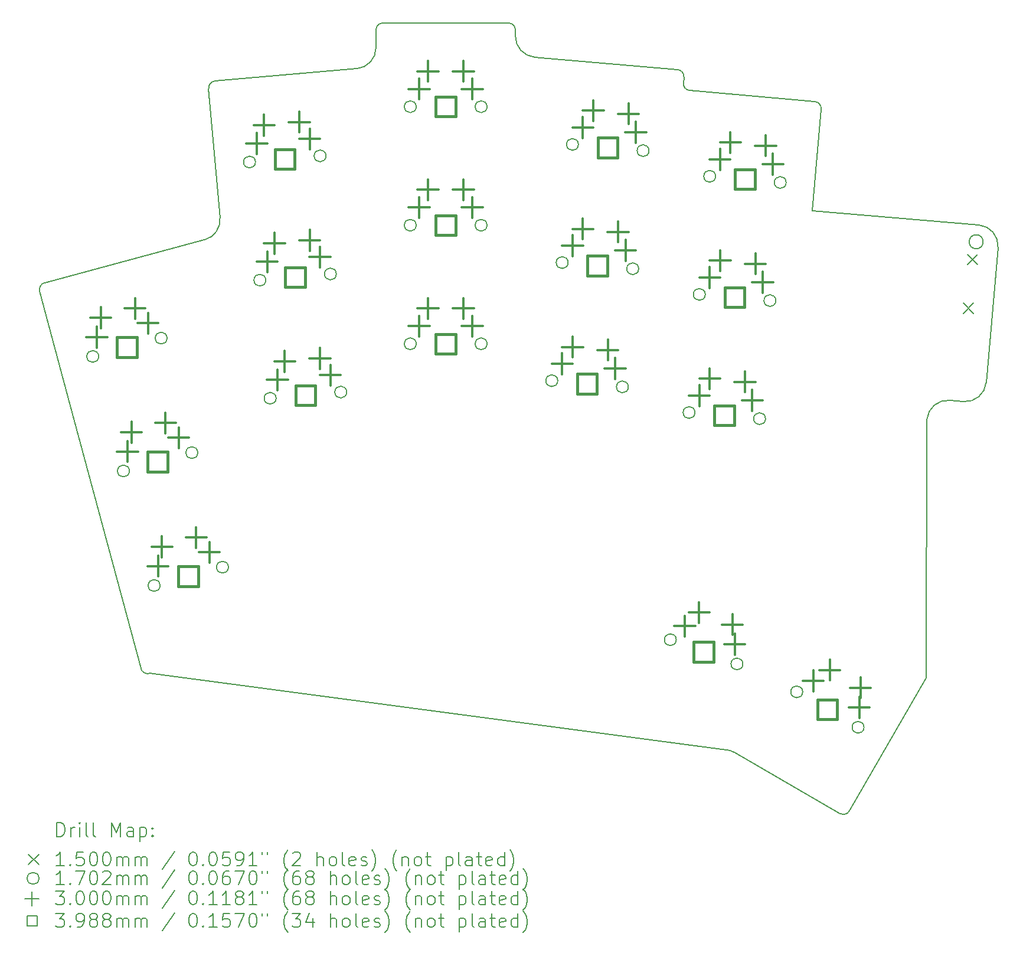
<source format=gbr>
%FSLAX45Y45*%
G04 Gerber Fmt 4.5, Leading zero omitted, Abs format (unit mm)*
G04 Created by KiCad (PCBNEW (6.0.2-0)) date 2022-05-11 10:09:49*
%MOMM*%
%LPD*%
G01*
G04 APERTURE LIST*
%TA.AperFunction,Profile*%
%ADD10C,0.150000*%
%TD*%
%ADD11C,0.200000*%
%ADD12C,0.150000*%
%ADD13C,0.170180*%
%ADD14C,0.300000*%
%ADD15C,0.398780*%
G04 APERTURE END LIST*
D10*
X12278974Y2465685D02*
G75*
G03*
X11953969Y2192974I-26147J-298858D01*
G01*
X12478213Y2448254D02*
X12278974Y2465685D01*
X5951713Y7876189D02*
X4151713Y7876189D01*
X-699893Y4152396D02*
X1592651Y4766681D01*
X6051713Y7776189D02*
G75*
G03*
X5951713Y7876189I-100000J0D01*
G01*
X-330612Y2387847D02*
X678783Y-1379264D01*
X9188720Y-2581668D02*
G75*
G03*
X9141326Y-2559567I-150002J-259811D01*
G01*
X4151713Y7876189D02*
G75*
G03*
X4051713Y7776189I0J-100000D01*
G01*
X8468274Y7098773D02*
G75*
G03*
X8377370Y7207108I-99619J8716D01*
G01*
X10842496Y-3421006D02*
X11942496Y-1515750D01*
X3777860Y7221724D02*
G75*
G03*
X4051713Y7520583I-26147J298858D01*
G01*
X1742675Y7043669D02*
X3777860Y7221724D01*
X801257Y-1449974D02*
X9141326Y-2559567D01*
X12478213Y2448254D02*
G75*
G03*
X12803218Y2720966I26147J298858D01*
G01*
X12803218Y2720966D02*
X12972721Y4659000D01*
X10705894Y-3457608D02*
G75*
G03*
X10842496Y-3421006I50000J86602D01*
G01*
X8461011Y7015757D02*
G75*
G03*
X8551915Y6907422I99619J-8716D01*
G01*
X8551915Y6907422D02*
X10345065Y6750542D01*
X9188720Y-2581668D02*
X10705894Y-3457608D01*
X12760000Y4739502D02*
G75*
G03*
X12760000Y4739502I-100000J0D01*
G01*
X6051713Y7685476D02*
X6051713Y7776189D01*
X4051713Y7776189D02*
X4051713Y7520583D01*
X-770604Y4029921D02*
X-330612Y2387847D01*
X12972721Y4659000D02*
G75*
G03*
X12700009Y4979951I-298713J22521D01*
G01*
X1742675Y7043669D02*
G75*
G03*
X1651771Y6935334I8716J-99620D01*
G01*
X11942496Y-1515750D02*
X11953969Y2192974D01*
X1592651Y4766681D02*
G75*
G03*
X1813864Y5082606I-77646J289778D01*
G01*
X1651771Y6935334D02*
X1813864Y5082606D01*
X10311000Y5184000D02*
X12700009Y4979951D01*
X8461011Y7015757D02*
X8468274Y7098773D01*
X-699893Y4152396D02*
G75*
G03*
X-770604Y4029921I25882J-96593D01*
G01*
X6051713Y7685476D02*
G75*
G03*
X6325567Y7386618I300000J0D01*
G01*
X10435969Y6642207D02*
G75*
G03*
X10345065Y6750542I-99619J8716D01*
G01*
X6325567Y7386618D02*
X8377370Y7207108D01*
X678783Y-1379264D02*
G75*
G03*
X801257Y-1449974I96593J25882D01*
G01*
X10311000Y5184000D02*
X10435969Y6642207D01*
D11*
D12*
X12472921Y3862318D02*
X12622921Y3712318D01*
X12622921Y3862318D02*
X12472921Y3712318D01*
X12533930Y4559655D02*
X12683930Y4409655D01*
X12683930Y4559655D02*
X12533930Y4409655D01*
D13*
X74423Y3094742D02*
G75*
G03*
X74423Y3094742I-85090J0D01*
G01*
X74423Y3094742D02*
G75*
G03*
X74423Y3094742I-85090J0D01*
G01*
X514415Y1452668D02*
G75*
G03*
X514415Y1452668I-85090J0D01*
G01*
X514415Y1452668D02*
G75*
G03*
X514415Y1452668I-85090J0D01*
G01*
X954407Y-189406D02*
G75*
G03*
X954407Y-189406I-85090J0D01*
G01*
X954407Y-189406D02*
G75*
G03*
X954407Y-189406I-85090J0D01*
G01*
X1055803Y3357702D02*
G75*
G03*
X1055803Y3357702I-85090J0D01*
G01*
X1055803Y3357702D02*
G75*
G03*
X1055803Y3357702I-85090J0D01*
G01*
X1495796Y1715628D02*
G75*
G03*
X1495796Y1715628I-85090J0D01*
G01*
X1495796Y1715628D02*
G75*
G03*
X1495796Y1715628I-85090J0D01*
G01*
X1935788Y73554D02*
G75*
G03*
X1935788Y73554I-85090J0D01*
G01*
X1935788Y73554D02*
G75*
G03*
X1935788Y73554I-85090J0D01*
G01*
X2322861Y5882400D02*
G75*
G03*
X2322861Y5882400I-85090J0D01*
G01*
X2322861Y5882400D02*
G75*
G03*
X2322861Y5882400I-85090J0D01*
G01*
X2471025Y4188869D02*
G75*
G03*
X2471025Y4188869I-85090J0D01*
G01*
X2471025Y4188869D02*
G75*
G03*
X2471025Y4188869I-85090J0D01*
G01*
X2619190Y2495338D02*
G75*
G03*
X2619190Y2495338I-85090J0D01*
G01*
X2619190Y2495338D02*
G75*
G03*
X2619190Y2495338I-85090J0D01*
G01*
X3334994Y5970950D02*
G75*
G03*
X3334994Y5970950I-85090J0D01*
G01*
X3334994Y5970950D02*
G75*
G03*
X3334994Y5970950I-85090J0D01*
G01*
X3483159Y4277419D02*
G75*
G03*
X3483159Y4277419I-85090J0D01*
G01*
X3483159Y4277419D02*
G75*
G03*
X3483159Y4277419I-85090J0D01*
G01*
X3631324Y2583888D02*
G75*
G03*
X3631324Y2583888I-85090J0D01*
G01*
X3631324Y2583888D02*
G75*
G03*
X3631324Y2583888I-85090J0D01*
G01*
X4628803Y6676189D02*
G75*
G03*
X4628803Y6676189I-85090J0D01*
G01*
X4628803Y6676189D02*
G75*
G03*
X4628803Y6676189I-85090J0D01*
G01*
X4628803Y4976189D02*
G75*
G03*
X4628803Y4976189I-85090J0D01*
G01*
X4628803Y4976189D02*
G75*
G03*
X4628803Y4976189I-85090J0D01*
G01*
X4628803Y3276189D02*
G75*
G03*
X4628803Y3276189I-85090J0D01*
G01*
X4628803Y3276189D02*
G75*
G03*
X4628803Y3276189I-85090J0D01*
G01*
X5644803Y6676189D02*
G75*
G03*
X5644803Y6676189I-85090J0D01*
G01*
X5644803Y6676189D02*
G75*
G03*
X5644803Y6676189I-85090J0D01*
G01*
X5644803Y4976189D02*
G75*
G03*
X5644803Y4976189I-85090J0D01*
G01*
X5644803Y4976189D02*
G75*
G03*
X5644803Y4976189I-85090J0D01*
G01*
X5644803Y3276189D02*
G75*
G03*
X5644803Y3276189I-85090J0D01*
G01*
X5644803Y3276189D02*
G75*
G03*
X5644803Y3276189I-85090J0D01*
G01*
X6658901Y2747328D02*
G75*
G03*
X6658901Y2747328I-85090J0D01*
G01*
X6658901Y2747328D02*
G75*
G03*
X6658901Y2747328I-85090J0D01*
G01*
X6807066Y4440859D02*
G75*
G03*
X6807066Y4440859I-85090J0D01*
G01*
X6807066Y4440859D02*
G75*
G03*
X6807066Y4440859I-85090J0D01*
G01*
X6955231Y6134390D02*
G75*
G03*
X6955231Y6134390I-85090J0D01*
G01*
X6955231Y6134390D02*
G75*
G03*
X6955231Y6134390I-85090J0D01*
G01*
X7671035Y2658778D02*
G75*
G03*
X7671035Y2658778I-85090J0D01*
G01*
X7671035Y2658778D02*
G75*
G03*
X7671035Y2658778I-85090J0D01*
G01*
X7819200Y4352309D02*
G75*
G03*
X7819200Y4352309I-85090J0D01*
G01*
X7819200Y4352309D02*
G75*
G03*
X7819200Y4352309I-85090J0D01*
G01*
X7967364Y6045840D02*
G75*
G03*
X7967364Y6045840I-85090J0D01*
G01*
X7967364Y6045840D02*
G75*
G03*
X7967364Y6045840I-85090J0D01*
G01*
X8358970Y-966829D02*
G75*
G03*
X8358970Y-966829I-85090J0D01*
G01*
X8358970Y-966829D02*
G75*
G03*
X8358970Y-966829I-85090J0D01*
G01*
X8626597Y2290761D02*
G75*
G03*
X8626597Y2290761I-85090J0D01*
G01*
X8626597Y2290761D02*
G75*
G03*
X8626597Y2290761I-85090J0D01*
G01*
X8774761Y3984292D02*
G75*
G03*
X8774761Y3984292I-85090J0D01*
G01*
X8774761Y3984292D02*
G75*
G03*
X8774761Y3984292I-85090J0D01*
G01*
X8922926Y5677823D02*
G75*
G03*
X8922926Y5677823I-85090J0D01*
G01*
X8922926Y5677823D02*
G75*
G03*
X8922926Y5677823I-85090J0D01*
G01*
X9313698Y-1314322D02*
G75*
G03*
X9313698Y-1314322I-85090J0D01*
G01*
X9313698Y-1314322D02*
G75*
G03*
X9313698Y-1314322I-85090J0D01*
G01*
X9638730Y2202211D02*
G75*
G03*
X9638730Y2202211I-85090J0D01*
G01*
X9638730Y2202211D02*
G75*
G03*
X9638730Y2202211I-85090J0D01*
G01*
X9786895Y3895742D02*
G75*
G03*
X9786895Y3895742I-85090J0D01*
G01*
X9786895Y3895742D02*
G75*
G03*
X9786895Y3895742I-85090J0D01*
G01*
X9935060Y5589273D02*
G75*
G03*
X9935060Y5589273I-85090J0D01*
G01*
X9935060Y5589273D02*
G75*
G03*
X9935060Y5589273I-85090J0D01*
G01*
X10171620Y-1714378D02*
G75*
G03*
X10171620Y-1714378I-85090J0D01*
G01*
X10171620Y-1714378D02*
G75*
G03*
X10171620Y-1714378I-85090J0D01*
G01*
X11051502Y-2222378D02*
G75*
G03*
X11051502Y-2222378I-85090J0D01*
G01*
X11051502Y-2222378D02*
G75*
G03*
X11051502Y-2222378I-85090J0D01*
G01*
D14*
X46265Y3522957D02*
X46265Y3222957D01*
X-103735Y3372957D02*
X196265Y3372957D01*
X103198Y3801172D02*
X103198Y3501172D01*
X-46802Y3651172D02*
X253198Y3651172D01*
X486257Y1880883D02*
X486257Y1580883D01*
X336258Y1730883D02*
X636258Y1730883D01*
X543190Y2159098D02*
X543190Y1859098D01*
X393190Y2009098D02*
X693190Y2009098D01*
X593888Y3932652D02*
X593888Y3632652D01*
X443888Y3782652D02*
X743888Y3782652D01*
X782301Y3720177D02*
X782301Y3420177D01*
X632301Y3570177D02*
X932301Y3570177D01*
X926250Y238809D02*
X926250Y-61191D01*
X776250Y88809D02*
X1076250Y88809D01*
X983182Y517024D02*
X983182Y217024D01*
X833182Y367024D02*
X1133182Y367024D01*
X1033880Y2290578D02*
X1033880Y1990578D01*
X883880Y2140578D02*
X1183880Y2140578D01*
X1222293Y2078103D02*
X1222293Y1778103D01*
X1072293Y1928103D02*
X1372293Y1928103D01*
X1473873Y648504D02*
X1473873Y348504D01*
X1323873Y498504D02*
X1623873Y498504D01*
X1662285Y436029D02*
X1662285Y136029D01*
X1512285Y286029D02*
X1812285Y286029D01*
X2342150Y6296502D02*
X2342150Y5996502D01*
X2192150Y6146502D02*
X2492150Y6146502D01*
X2446529Y6560605D02*
X2446529Y6260605D01*
X2296529Y6410605D02*
X2596529Y6410605D01*
X2490314Y4602971D02*
X2490314Y4302971D01*
X2340314Y4452971D02*
X2640314Y4452971D01*
X2594694Y4867074D02*
X2594694Y4567074D01*
X2444694Y4717074D02*
X2744694Y4717074D01*
X2638479Y2909440D02*
X2638479Y2609440D01*
X2488479Y2759440D02*
X2788479Y2759440D01*
X2742858Y3173543D02*
X2742858Y2873543D01*
X2592858Y3023543D02*
X2892858Y3023543D01*
X2952596Y6604880D02*
X2952596Y6304880D01*
X2802596Y6454880D02*
X3102596Y6454880D01*
X3100760Y4911349D02*
X3100760Y4611349D01*
X2950760Y4761349D02*
X3250760Y4761349D01*
X3101250Y6362915D02*
X3101250Y6062915D01*
X2951250Y6212915D02*
X3251250Y6212915D01*
X3248925Y3217818D02*
X3248925Y2917818D01*
X3098925Y3067818D02*
X3398925Y3067818D01*
X3249415Y4669384D02*
X3249415Y4369384D01*
X3099415Y4519384D02*
X3399415Y4519384D01*
X3397579Y2975853D02*
X3397579Y2675853D01*
X3247579Y2825853D02*
X3547579Y2825853D01*
X4670713Y7080189D02*
X4670713Y6780189D01*
X4520713Y6930189D02*
X4820713Y6930189D01*
X4670713Y5380189D02*
X4670713Y5080189D01*
X4520713Y5230189D02*
X4820713Y5230189D01*
X4670713Y3680189D02*
X4670713Y3380189D01*
X4520713Y3530189D02*
X4820713Y3530189D01*
X4797713Y7334189D02*
X4797713Y7034189D01*
X4647713Y7184189D02*
X4947713Y7184189D01*
X4797713Y5634189D02*
X4797713Y5334189D01*
X4647713Y5484189D02*
X4947713Y5484189D01*
X4797713Y3934189D02*
X4797713Y3634189D01*
X4647713Y3784189D02*
X4947713Y3784189D01*
X5305713Y7334189D02*
X5305713Y7034189D01*
X5155713Y7184189D02*
X5455713Y7184189D01*
X5305713Y5634189D02*
X5305713Y5334189D01*
X5155713Y5484189D02*
X5455713Y5484189D01*
X5305713Y3934189D02*
X5305713Y3634189D01*
X5155713Y3784189D02*
X5455713Y3784189D01*
X5432713Y7080189D02*
X5432713Y6780189D01*
X5282713Y6930189D02*
X5582713Y6930189D01*
X5432713Y5380189D02*
X5432713Y5080189D01*
X5282713Y5230189D02*
X5582713Y5230189D01*
X5432713Y3680189D02*
X5432713Y3380189D01*
X5282713Y3530189D02*
X5582713Y3530189D01*
X6722465Y3139293D02*
X6722465Y2839293D01*
X6572465Y2989293D02*
X6872465Y2989293D01*
X6870630Y4832824D02*
X6870630Y4532824D01*
X6720630Y4682824D02*
X7020630Y4682824D01*
X6871120Y3381257D02*
X6871120Y3081257D01*
X6721120Y3231257D02*
X7021120Y3231257D01*
X7018795Y6526355D02*
X7018795Y6226355D01*
X6868795Y6376355D02*
X7168795Y6376355D01*
X7019285Y5074788D02*
X7019285Y4774788D01*
X6869285Y4924788D02*
X7169285Y4924788D01*
X7167449Y6768319D02*
X7167449Y6468319D01*
X7017449Y6618319D02*
X7317449Y6618319D01*
X7377187Y3336982D02*
X7377187Y3036982D01*
X7227187Y3186982D02*
X7527187Y3186982D01*
X7481566Y3072880D02*
X7481566Y2772880D01*
X7331566Y2922880D02*
X7631566Y2922880D01*
X7525351Y5030513D02*
X7525351Y4730513D01*
X7375351Y4880513D02*
X7675351Y4880513D01*
X7629731Y4766411D02*
X7629731Y4466411D01*
X7479731Y4616411D02*
X7779731Y4616411D01*
X7673516Y6724044D02*
X7673516Y6424044D01*
X7523516Y6574044D02*
X7823516Y6574044D01*
X7777895Y6459942D02*
X7777895Y6159942D01*
X7627895Y6309942D02*
X7927895Y6309942D01*
X8480094Y-621584D02*
X8480094Y-921584D01*
X8330094Y-771584D02*
X8630094Y-771584D01*
X8686308Y-426339D02*
X8686308Y-726339D01*
X8536308Y-576339D02*
X8836308Y-576339D01*
X8690161Y2682726D02*
X8690161Y2382726D01*
X8540161Y2532726D02*
X8840161Y2532726D01*
X8838326Y4376257D02*
X8838326Y4076257D01*
X8688326Y4226257D02*
X8988326Y4226257D01*
X8838815Y2924691D02*
X8838815Y2624691D01*
X8688815Y2774691D02*
X8988815Y2774691D01*
X8986490Y6069788D02*
X8986490Y5769788D01*
X8836490Y5919788D02*
X9136490Y5919788D01*
X8986980Y4618222D02*
X8986980Y4318222D01*
X8836980Y4468222D02*
X9136980Y4468222D01*
X9135145Y6311753D02*
X9135145Y6011753D01*
X8985145Y6161753D02*
X9285145Y6161753D01*
X9163672Y-600085D02*
X9163672Y-900085D01*
X9013672Y-750085D02*
X9313672Y-750085D01*
X9196140Y-882203D02*
X9196140Y-1182203D01*
X9046140Y-1032203D02*
X9346140Y-1032203D01*
X9344882Y2880415D02*
X9344882Y2580416D01*
X9194882Y2730416D02*
X9494882Y2730416D01*
X9449261Y2616313D02*
X9449261Y2316313D01*
X9299261Y2466313D02*
X9599261Y2466313D01*
X9493047Y4573947D02*
X9493047Y4273947D01*
X9343047Y4423947D02*
X9643047Y4423947D01*
X9597426Y4309844D02*
X9597426Y4009844D01*
X9447426Y4159844D02*
X9747426Y4159844D01*
X9641212Y6267477D02*
X9641212Y5967477D01*
X9491212Y6117477D02*
X9791212Y6117477D01*
X9745591Y6003375D02*
X9745591Y5703375D01*
X9595591Y5853375D02*
X9895591Y5853375D01*
X10323515Y-1407907D02*
X10323515Y-1707907D01*
X10173515Y-1557907D02*
X10473515Y-1557907D01*
X10560500Y-1251437D02*
X10560500Y-1551437D01*
X10410500Y-1401437D02*
X10710500Y-1401437D01*
X10983427Y-1788907D02*
X10983427Y-2088907D01*
X10833427Y-1938907D02*
X11133427Y-1938907D01*
X11000441Y-1505437D02*
X11000441Y-1805437D01*
X10850441Y-1655437D02*
X11150441Y-1655437D01*
D15*
X621014Y3085230D02*
X621014Y3367213D01*
X339032Y3367213D01*
X339032Y3085230D01*
X621014Y3085230D01*
X621014Y3085230D02*
X621014Y3367213D01*
X339032Y3367213D01*
X339032Y3085230D01*
X621014Y3085230D01*
X1061007Y1443156D02*
X1061007Y1725139D01*
X779024Y1725139D01*
X779024Y1443156D01*
X1061007Y1443156D01*
X1061007Y1443156D02*
X1061007Y1725139D01*
X779024Y1725139D01*
X779024Y1443156D01*
X1061007Y1443156D01*
X1500999Y-198917D02*
X1500999Y83065D01*
X1219016Y83065D01*
X1219016Y-198917D01*
X1500999Y-198917D01*
X1500999Y-198917D02*
X1500999Y83065D01*
X1219016Y83065D01*
X1219016Y-198917D01*
X1500999Y-198917D01*
X2884829Y5785684D02*
X2884829Y6067667D01*
X2602846Y6067667D01*
X2602846Y5785684D01*
X2884829Y5785684D01*
X2884829Y5785684D02*
X2884829Y6067667D01*
X2602846Y6067667D01*
X2602846Y5785684D01*
X2884829Y5785684D01*
X3032993Y4092153D02*
X3032993Y4374136D01*
X2751011Y4374136D01*
X2751011Y4092153D01*
X3032993Y4092153D01*
X3032993Y4092153D02*
X3032993Y4374136D01*
X2751011Y4374136D01*
X2751011Y4092153D01*
X3032993Y4092153D01*
X3181158Y2398622D02*
X3181158Y2680605D01*
X2899175Y2680605D01*
X2899175Y2398622D01*
X3181158Y2398622D01*
X3181158Y2398622D02*
X3181158Y2680605D01*
X2899175Y2680605D01*
X2899175Y2398622D01*
X3181158Y2398622D01*
X5192705Y6535197D02*
X5192705Y6817180D01*
X4910722Y6817180D01*
X4910722Y6535197D01*
X5192705Y6535197D01*
X5192705Y6535197D02*
X5192705Y6817180D01*
X4910722Y6817180D01*
X4910722Y6535197D01*
X5192705Y6535197D01*
X5192705Y4835197D02*
X5192705Y5117180D01*
X4910722Y5117180D01*
X4910722Y4835197D01*
X5192705Y4835197D01*
X5192705Y4835197D02*
X5192705Y5117180D01*
X4910722Y5117180D01*
X4910722Y4835197D01*
X5192705Y4835197D01*
X5192705Y3135197D02*
X5192705Y3417180D01*
X4910722Y3417180D01*
X4910722Y3135197D01*
X5192705Y3135197D01*
X5192705Y3135197D02*
X5192705Y3417180D01*
X4910722Y3417180D01*
X4910722Y3135197D01*
X5192705Y3135197D01*
X7220869Y2562062D02*
X7220869Y2844044D01*
X6938887Y2844044D01*
X6938887Y2562062D01*
X7220869Y2562062D01*
X7220869Y2562062D02*
X7220869Y2844044D01*
X6938887Y2844044D01*
X6938887Y2562062D01*
X7220869Y2562062D01*
X7369034Y4255593D02*
X7369034Y4537575D01*
X7087051Y4537575D01*
X7087051Y4255593D01*
X7369034Y4255593D01*
X7369034Y4255593D02*
X7369034Y4537575D01*
X7087051Y4537575D01*
X7087051Y4255593D01*
X7369034Y4255593D01*
X7517199Y5949123D02*
X7517199Y6231106D01*
X7235216Y6231106D01*
X7235216Y5949123D01*
X7517199Y5949123D01*
X7517199Y5949123D02*
X7517199Y6231106D01*
X7235216Y6231106D01*
X7235216Y5949123D01*
X7517199Y5949123D01*
X8892235Y-1281567D02*
X8892235Y-999584D01*
X8610252Y-999584D01*
X8610252Y-1281567D01*
X8892235Y-1281567D01*
X8892235Y-1281567D02*
X8892235Y-999584D01*
X8610252Y-999584D01*
X8610252Y-1281567D01*
X8892235Y-1281567D01*
X9188565Y2105495D02*
X9188565Y2387478D01*
X8906582Y2387478D01*
X8906582Y2105495D01*
X9188565Y2105495D01*
X9188565Y2105495D02*
X9188565Y2387478D01*
X8906582Y2387478D01*
X8906582Y2105495D01*
X9188565Y2105495D01*
X9336730Y3799026D02*
X9336730Y4081009D01*
X9054747Y4081009D01*
X9054747Y3799026D01*
X9336730Y3799026D01*
X9336730Y3799026D02*
X9336730Y4081009D01*
X9054747Y4081009D01*
X9054747Y3799026D01*
X9336730Y3799026D01*
X9484894Y5492557D02*
X9484894Y5774540D01*
X9202912Y5774540D01*
X9202912Y5492557D01*
X9484894Y5492557D01*
X9484894Y5492557D02*
X9484894Y5774540D01*
X9202912Y5774540D01*
X9202912Y5492557D01*
X9484894Y5492557D01*
X10667462Y-2109369D02*
X10667462Y-1827386D01*
X10385480Y-1827386D01*
X10385480Y-2109369D01*
X10667462Y-2109369D01*
X10667462Y-2109369D02*
X10667462Y-1827386D01*
X10385480Y-1827386D01*
X10385480Y-2109369D01*
X10667462Y-2109369D01*
D11*
X-523892Y-3788982D02*
X-523892Y-3588982D01*
X-476273Y-3588982D01*
X-447702Y-3598506D01*
X-428654Y-3617553D01*
X-419130Y-3636601D01*
X-409606Y-3674696D01*
X-409606Y-3703268D01*
X-419130Y-3741363D01*
X-428654Y-3760410D01*
X-447702Y-3779458D01*
X-476273Y-3788982D01*
X-523892Y-3788982D01*
X-323892Y-3788982D02*
X-323892Y-3655649D01*
X-323892Y-3693744D02*
X-314368Y-3674696D01*
X-304845Y-3665172D01*
X-285797Y-3655649D01*
X-266749Y-3655649D01*
X-200083Y-3788982D02*
X-200083Y-3655649D01*
X-200083Y-3588982D02*
X-209606Y-3598506D01*
X-200083Y-3608030D01*
X-190559Y-3598506D01*
X-200083Y-3588982D01*
X-200083Y-3608030D01*
X-76273Y-3788982D02*
X-95321Y-3779458D01*
X-104845Y-3760410D01*
X-104845Y-3588982D01*
X28489Y-3788982D02*
X9441Y-3779458D01*
X-83Y-3760410D01*
X-83Y-3588982D01*
X257060Y-3788982D02*
X257060Y-3588982D01*
X323727Y-3731839D01*
X390393Y-3588982D01*
X390393Y-3788982D01*
X571346Y-3788982D02*
X571346Y-3684220D01*
X561822Y-3665172D01*
X542774Y-3655649D01*
X504679Y-3655649D01*
X485631Y-3665172D01*
X571346Y-3779458D02*
X552298Y-3788982D01*
X504679Y-3788982D01*
X485631Y-3779458D01*
X476108Y-3760410D01*
X476108Y-3741363D01*
X485631Y-3722315D01*
X504679Y-3712791D01*
X552298Y-3712791D01*
X571346Y-3703268D01*
X666584Y-3655649D02*
X666584Y-3855649D01*
X666584Y-3665172D02*
X685632Y-3655649D01*
X723727Y-3655649D01*
X742774Y-3665172D01*
X752298Y-3674696D01*
X761822Y-3693744D01*
X761822Y-3750887D01*
X752298Y-3769934D01*
X742774Y-3779458D01*
X723727Y-3788982D01*
X685632Y-3788982D01*
X666584Y-3779458D01*
X847536Y-3769934D02*
X857060Y-3779458D01*
X847536Y-3788982D01*
X838012Y-3779458D01*
X847536Y-3769934D01*
X847536Y-3788982D01*
X847536Y-3665172D02*
X857060Y-3674696D01*
X847536Y-3684220D01*
X838012Y-3674696D01*
X847536Y-3665172D01*
X847536Y-3684220D01*
D12*
X-931511Y-4043506D02*
X-781511Y-4193506D01*
X-781511Y-4043506D02*
X-931511Y-4193506D01*
D11*
X-419130Y-4208982D02*
X-533416Y-4208982D01*
X-476273Y-4208982D02*
X-476273Y-4008982D01*
X-495321Y-4037553D01*
X-514368Y-4056601D01*
X-533416Y-4066125D01*
X-333416Y-4189934D02*
X-323892Y-4199458D01*
X-333416Y-4208982D01*
X-342940Y-4199458D01*
X-333416Y-4189934D01*
X-333416Y-4208982D01*
X-142940Y-4008982D02*
X-238178Y-4008982D01*
X-247702Y-4104220D01*
X-238178Y-4094696D01*
X-219130Y-4085172D01*
X-171511Y-4085172D01*
X-152464Y-4094696D01*
X-142940Y-4104220D01*
X-133416Y-4123268D01*
X-133416Y-4170887D01*
X-142940Y-4189934D01*
X-152464Y-4199458D01*
X-171511Y-4208982D01*
X-219130Y-4208982D01*
X-238178Y-4199458D01*
X-247702Y-4189934D01*
X-9607Y-4008982D02*
X9441Y-4008982D01*
X28489Y-4018506D01*
X38013Y-4028030D01*
X47536Y-4047077D01*
X57060Y-4085172D01*
X57060Y-4132791D01*
X47536Y-4170887D01*
X38013Y-4189934D01*
X28489Y-4199458D01*
X9441Y-4208982D01*
X-9607Y-4208982D01*
X-28654Y-4199458D01*
X-38178Y-4189934D01*
X-47702Y-4170887D01*
X-57225Y-4132791D01*
X-57225Y-4085172D01*
X-47702Y-4047077D01*
X-38178Y-4028030D01*
X-28654Y-4018506D01*
X-9607Y-4008982D01*
X180870Y-4008982D02*
X199917Y-4008982D01*
X218965Y-4018506D01*
X228489Y-4028030D01*
X238012Y-4047077D01*
X247536Y-4085172D01*
X247536Y-4132791D01*
X238012Y-4170887D01*
X228489Y-4189934D01*
X218965Y-4199458D01*
X199917Y-4208982D01*
X180870Y-4208982D01*
X161822Y-4199458D01*
X152298Y-4189934D01*
X142774Y-4170887D01*
X133251Y-4132791D01*
X133251Y-4085172D01*
X142774Y-4047077D01*
X152298Y-4028030D01*
X161822Y-4018506D01*
X180870Y-4008982D01*
X333251Y-4208982D02*
X333251Y-4075649D01*
X333251Y-4094696D02*
X342774Y-4085172D01*
X361822Y-4075649D01*
X390393Y-4075649D01*
X409441Y-4085172D01*
X418965Y-4104220D01*
X418965Y-4208982D01*
X418965Y-4104220D02*
X428489Y-4085172D01*
X447536Y-4075649D01*
X476108Y-4075649D01*
X495155Y-4085172D01*
X504679Y-4104220D01*
X504679Y-4208982D01*
X599917Y-4208982D02*
X599917Y-4075649D01*
X599917Y-4094696D02*
X609441Y-4085172D01*
X628489Y-4075649D01*
X657060Y-4075649D01*
X676108Y-4085172D01*
X685632Y-4104220D01*
X685632Y-4208982D01*
X685632Y-4104220D02*
X695155Y-4085172D01*
X714203Y-4075649D01*
X742774Y-4075649D01*
X761822Y-4085172D01*
X771346Y-4104220D01*
X771346Y-4208982D01*
X1161822Y-3999458D02*
X990393Y-4256601D01*
X1418965Y-4008982D02*
X1438012Y-4008982D01*
X1457060Y-4018506D01*
X1466584Y-4028030D01*
X1476108Y-4047077D01*
X1485631Y-4085172D01*
X1485631Y-4132791D01*
X1476108Y-4170887D01*
X1466584Y-4189934D01*
X1457060Y-4199458D01*
X1438012Y-4208982D01*
X1418965Y-4208982D01*
X1399917Y-4199458D01*
X1390393Y-4189934D01*
X1380870Y-4170887D01*
X1371346Y-4132791D01*
X1371346Y-4085172D01*
X1380870Y-4047077D01*
X1390393Y-4028030D01*
X1399917Y-4018506D01*
X1418965Y-4008982D01*
X1571346Y-4189934D02*
X1580870Y-4199458D01*
X1571346Y-4208982D01*
X1561822Y-4199458D01*
X1571346Y-4189934D01*
X1571346Y-4208982D01*
X1704679Y-4008982D02*
X1723727Y-4008982D01*
X1742774Y-4018506D01*
X1752298Y-4028030D01*
X1761822Y-4047077D01*
X1771346Y-4085172D01*
X1771346Y-4132791D01*
X1761822Y-4170887D01*
X1752298Y-4189934D01*
X1742774Y-4199458D01*
X1723727Y-4208982D01*
X1704679Y-4208982D01*
X1685631Y-4199458D01*
X1676108Y-4189934D01*
X1666584Y-4170887D01*
X1657060Y-4132791D01*
X1657060Y-4085172D01*
X1666584Y-4047077D01*
X1676108Y-4028030D01*
X1685631Y-4018506D01*
X1704679Y-4008982D01*
X1952298Y-4008982D02*
X1857060Y-4008982D01*
X1847536Y-4104220D01*
X1857060Y-4094696D01*
X1876108Y-4085172D01*
X1923727Y-4085172D01*
X1942774Y-4094696D01*
X1952298Y-4104220D01*
X1961822Y-4123268D01*
X1961822Y-4170887D01*
X1952298Y-4189934D01*
X1942774Y-4199458D01*
X1923727Y-4208982D01*
X1876108Y-4208982D01*
X1857060Y-4199458D01*
X1847536Y-4189934D01*
X2057060Y-4208982D02*
X2095155Y-4208982D01*
X2114203Y-4199458D01*
X2123727Y-4189934D01*
X2142774Y-4161363D01*
X2152298Y-4123268D01*
X2152298Y-4047077D01*
X2142774Y-4028030D01*
X2133251Y-4018506D01*
X2114203Y-4008982D01*
X2076108Y-4008982D01*
X2057060Y-4018506D01*
X2047536Y-4028030D01*
X2038012Y-4047077D01*
X2038012Y-4094696D01*
X2047536Y-4113744D01*
X2057060Y-4123268D01*
X2076108Y-4132791D01*
X2114203Y-4132791D01*
X2133251Y-4123268D01*
X2142774Y-4113744D01*
X2152298Y-4094696D01*
X2342774Y-4208982D02*
X2228489Y-4208982D01*
X2285632Y-4208982D02*
X2285632Y-4008982D01*
X2266584Y-4037553D01*
X2247536Y-4056601D01*
X2228489Y-4066125D01*
X2418965Y-4008982D02*
X2418965Y-4047077D01*
X2495155Y-4008982D02*
X2495155Y-4047077D01*
X2790393Y-4285172D02*
X2780870Y-4275649D01*
X2761822Y-4247077D01*
X2752298Y-4228030D01*
X2742774Y-4199458D01*
X2733251Y-4151839D01*
X2733251Y-4113744D01*
X2742774Y-4066125D01*
X2752298Y-4037553D01*
X2761822Y-4018506D01*
X2780870Y-3989934D01*
X2790393Y-3980410D01*
X2857060Y-4028030D02*
X2866584Y-4018506D01*
X2885631Y-4008982D01*
X2933251Y-4008982D01*
X2952298Y-4018506D01*
X2961822Y-4028030D01*
X2971346Y-4047077D01*
X2971346Y-4066125D01*
X2961822Y-4094696D01*
X2847536Y-4208982D01*
X2971346Y-4208982D01*
X3209441Y-4208982D02*
X3209441Y-4008982D01*
X3295155Y-4208982D02*
X3295155Y-4104220D01*
X3285631Y-4085172D01*
X3266584Y-4075649D01*
X3238012Y-4075649D01*
X3218965Y-4085172D01*
X3209441Y-4094696D01*
X3418965Y-4208982D02*
X3399917Y-4199458D01*
X3390393Y-4189934D01*
X3380870Y-4170887D01*
X3380870Y-4113744D01*
X3390393Y-4094696D01*
X3399917Y-4085172D01*
X3418965Y-4075649D01*
X3447536Y-4075649D01*
X3466584Y-4085172D01*
X3476108Y-4094696D01*
X3485631Y-4113744D01*
X3485631Y-4170887D01*
X3476108Y-4189934D01*
X3466584Y-4199458D01*
X3447536Y-4208982D01*
X3418965Y-4208982D01*
X3599917Y-4208982D02*
X3580870Y-4199458D01*
X3571346Y-4180410D01*
X3571346Y-4008982D01*
X3752298Y-4199458D02*
X3733251Y-4208982D01*
X3695155Y-4208982D01*
X3676108Y-4199458D01*
X3666584Y-4180410D01*
X3666584Y-4104220D01*
X3676108Y-4085172D01*
X3695155Y-4075649D01*
X3733251Y-4075649D01*
X3752298Y-4085172D01*
X3761822Y-4104220D01*
X3761822Y-4123268D01*
X3666584Y-4142315D01*
X3838012Y-4199458D02*
X3857060Y-4208982D01*
X3895155Y-4208982D01*
X3914203Y-4199458D01*
X3923727Y-4180410D01*
X3923727Y-4170887D01*
X3914203Y-4151839D01*
X3895155Y-4142315D01*
X3866584Y-4142315D01*
X3847536Y-4132791D01*
X3838012Y-4113744D01*
X3838012Y-4104220D01*
X3847536Y-4085172D01*
X3866584Y-4075649D01*
X3895155Y-4075649D01*
X3914203Y-4085172D01*
X3990393Y-4285172D02*
X3999917Y-4275649D01*
X4018965Y-4247077D01*
X4028489Y-4228030D01*
X4038012Y-4199458D01*
X4047536Y-4151839D01*
X4047536Y-4113744D01*
X4038012Y-4066125D01*
X4028489Y-4037553D01*
X4018965Y-4018506D01*
X3999917Y-3989934D01*
X3990393Y-3980410D01*
X4352298Y-4285172D02*
X4342774Y-4275649D01*
X4323727Y-4247077D01*
X4314203Y-4228030D01*
X4304679Y-4199458D01*
X4295155Y-4151839D01*
X4295155Y-4113744D01*
X4304679Y-4066125D01*
X4314203Y-4037553D01*
X4323727Y-4018506D01*
X4342774Y-3989934D01*
X4352298Y-3980410D01*
X4428489Y-4075649D02*
X4428489Y-4208982D01*
X4428489Y-4094696D02*
X4438013Y-4085172D01*
X4457060Y-4075649D01*
X4485632Y-4075649D01*
X4504679Y-4085172D01*
X4514203Y-4104220D01*
X4514203Y-4208982D01*
X4638013Y-4208982D02*
X4618965Y-4199458D01*
X4609441Y-4189934D01*
X4599917Y-4170887D01*
X4599917Y-4113744D01*
X4609441Y-4094696D01*
X4618965Y-4085172D01*
X4638013Y-4075649D01*
X4666584Y-4075649D01*
X4685632Y-4085172D01*
X4695155Y-4094696D01*
X4704679Y-4113744D01*
X4704679Y-4170887D01*
X4695155Y-4189934D01*
X4685632Y-4199458D01*
X4666584Y-4208982D01*
X4638013Y-4208982D01*
X4761822Y-4075649D02*
X4838013Y-4075649D01*
X4790393Y-4008982D02*
X4790393Y-4180410D01*
X4799917Y-4199458D01*
X4818965Y-4208982D01*
X4838013Y-4208982D01*
X5057060Y-4075649D02*
X5057060Y-4275649D01*
X5057060Y-4085172D02*
X5076108Y-4075649D01*
X5114203Y-4075649D01*
X5133251Y-4085172D01*
X5142774Y-4094696D01*
X5152298Y-4113744D01*
X5152298Y-4170887D01*
X5142774Y-4189934D01*
X5133251Y-4199458D01*
X5114203Y-4208982D01*
X5076108Y-4208982D01*
X5057060Y-4199458D01*
X5266584Y-4208982D02*
X5247536Y-4199458D01*
X5238013Y-4180410D01*
X5238013Y-4008982D01*
X5428489Y-4208982D02*
X5428489Y-4104220D01*
X5418965Y-4085172D01*
X5399917Y-4075649D01*
X5361822Y-4075649D01*
X5342774Y-4085172D01*
X5428489Y-4199458D02*
X5409441Y-4208982D01*
X5361822Y-4208982D01*
X5342774Y-4199458D01*
X5333251Y-4180410D01*
X5333251Y-4161363D01*
X5342774Y-4142315D01*
X5361822Y-4132791D01*
X5409441Y-4132791D01*
X5428489Y-4123268D01*
X5495155Y-4075649D02*
X5571346Y-4075649D01*
X5523727Y-4008982D02*
X5523727Y-4180410D01*
X5533251Y-4199458D01*
X5552298Y-4208982D01*
X5571346Y-4208982D01*
X5714203Y-4199458D02*
X5695155Y-4208982D01*
X5657060Y-4208982D01*
X5638012Y-4199458D01*
X5628489Y-4180410D01*
X5628489Y-4104220D01*
X5638012Y-4085172D01*
X5657060Y-4075649D01*
X5695155Y-4075649D01*
X5714203Y-4085172D01*
X5723727Y-4104220D01*
X5723727Y-4123268D01*
X5628489Y-4142315D01*
X5895155Y-4208982D02*
X5895155Y-4008982D01*
X5895155Y-4199458D02*
X5876108Y-4208982D01*
X5838012Y-4208982D01*
X5818965Y-4199458D01*
X5809441Y-4189934D01*
X5799917Y-4170887D01*
X5799917Y-4113744D01*
X5809441Y-4094696D01*
X5818965Y-4085172D01*
X5838012Y-4075649D01*
X5876108Y-4075649D01*
X5895155Y-4085172D01*
X5971346Y-4285172D02*
X5980870Y-4275649D01*
X5999917Y-4247077D01*
X6009441Y-4228030D01*
X6018965Y-4199458D01*
X6028489Y-4151839D01*
X6028489Y-4113744D01*
X6018965Y-4066125D01*
X6009441Y-4037553D01*
X5999917Y-4018506D01*
X5980870Y-3989934D01*
X5971346Y-3980410D01*
D13*
X-781511Y-4388506D02*
G75*
G03*
X-781511Y-4388506I-85090J0D01*
G01*
D11*
X-419130Y-4478982D02*
X-533416Y-4478982D01*
X-476273Y-4478982D02*
X-476273Y-4278982D01*
X-495321Y-4307553D01*
X-514368Y-4326601D01*
X-533416Y-4336125D01*
X-333416Y-4459934D02*
X-323892Y-4469458D01*
X-333416Y-4478982D01*
X-342940Y-4469458D01*
X-333416Y-4459934D01*
X-333416Y-4478982D01*
X-257225Y-4278982D02*
X-123892Y-4278982D01*
X-209606Y-4478982D01*
X-9607Y-4278982D02*
X9441Y-4278982D01*
X28489Y-4288506D01*
X38013Y-4298030D01*
X47536Y-4317077D01*
X57060Y-4355172D01*
X57060Y-4402792D01*
X47536Y-4440887D01*
X38013Y-4459934D01*
X28489Y-4469458D01*
X9441Y-4478982D01*
X-9607Y-4478982D01*
X-28654Y-4469458D01*
X-38178Y-4459934D01*
X-47702Y-4440887D01*
X-57225Y-4402792D01*
X-57225Y-4355172D01*
X-47702Y-4317077D01*
X-38178Y-4298030D01*
X-28654Y-4288506D01*
X-9607Y-4278982D01*
X133251Y-4298030D02*
X142774Y-4288506D01*
X161822Y-4278982D01*
X209441Y-4278982D01*
X228489Y-4288506D01*
X238012Y-4298030D01*
X247536Y-4317077D01*
X247536Y-4336125D01*
X238012Y-4364696D01*
X123727Y-4478982D01*
X247536Y-4478982D01*
X333251Y-4478982D02*
X333251Y-4345649D01*
X333251Y-4364696D02*
X342774Y-4355172D01*
X361822Y-4345649D01*
X390393Y-4345649D01*
X409441Y-4355172D01*
X418965Y-4374220D01*
X418965Y-4478982D01*
X418965Y-4374220D02*
X428489Y-4355172D01*
X447536Y-4345649D01*
X476108Y-4345649D01*
X495155Y-4355172D01*
X504679Y-4374220D01*
X504679Y-4478982D01*
X599917Y-4478982D02*
X599917Y-4345649D01*
X599917Y-4364696D02*
X609441Y-4355172D01*
X628489Y-4345649D01*
X657060Y-4345649D01*
X676108Y-4355172D01*
X685632Y-4374220D01*
X685632Y-4478982D01*
X685632Y-4374220D02*
X695155Y-4355172D01*
X714203Y-4345649D01*
X742774Y-4345649D01*
X761822Y-4355172D01*
X771346Y-4374220D01*
X771346Y-4478982D01*
X1161822Y-4269458D02*
X990393Y-4526601D01*
X1418965Y-4278982D02*
X1438012Y-4278982D01*
X1457060Y-4288506D01*
X1466584Y-4298030D01*
X1476108Y-4317077D01*
X1485631Y-4355172D01*
X1485631Y-4402792D01*
X1476108Y-4440887D01*
X1466584Y-4459934D01*
X1457060Y-4469458D01*
X1438012Y-4478982D01*
X1418965Y-4478982D01*
X1399917Y-4469458D01*
X1390393Y-4459934D01*
X1380870Y-4440887D01*
X1371346Y-4402792D01*
X1371346Y-4355172D01*
X1380870Y-4317077D01*
X1390393Y-4298030D01*
X1399917Y-4288506D01*
X1418965Y-4278982D01*
X1571346Y-4459934D02*
X1580870Y-4469458D01*
X1571346Y-4478982D01*
X1561822Y-4469458D01*
X1571346Y-4459934D01*
X1571346Y-4478982D01*
X1704679Y-4278982D02*
X1723727Y-4278982D01*
X1742774Y-4288506D01*
X1752298Y-4298030D01*
X1761822Y-4317077D01*
X1771346Y-4355172D01*
X1771346Y-4402792D01*
X1761822Y-4440887D01*
X1752298Y-4459934D01*
X1742774Y-4469458D01*
X1723727Y-4478982D01*
X1704679Y-4478982D01*
X1685631Y-4469458D01*
X1676108Y-4459934D01*
X1666584Y-4440887D01*
X1657060Y-4402792D01*
X1657060Y-4355172D01*
X1666584Y-4317077D01*
X1676108Y-4298030D01*
X1685631Y-4288506D01*
X1704679Y-4278982D01*
X1942774Y-4278982D02*
X1904679Y-4278982D01*
X1885631Y-4288506D01*
X1876108Y-4298030D01*
X1857060Y-4326601D01*
X1847536Y-4364696D01*
X1847536Y-4440887D01*
X1857060Y-4459934D01*
X1866584Y-4469458D01*
X1885631Y-4478982D01*
X1923727Y-4478982D01*
X1942774Y-4469458D01*
X1952298Y-4459934D01*
X1961822Y-4440887D01*
X1961822Y-4393268D01*
X1952298Y-4374220D01*
X1942774Y-4364696D01*
X1923727Y-4355172D01*
X1885631Y-4355172D01*
X1866584Y-4364696D01*
X1857060Y-4374220D01*
X1847536Y-4393268D01*
X2028489Y-4278982D02*
X2161822Y-4278982D01*
X2076108Y-4478982D01*
X2276108Y-4278982D02*
X2295155Y-4278982D01*
X2314203Y-4288506D01*
X2323727Y-4298030D01*
X2333251Y-4317077D01*
X2342774Y-4355172D01*
X2342774Y-4402792D01*
X2333251Y-4440887D01*
X2323727Y-4459934D01*
X2314203Y-4469458D01*
X2295155Y-4478982D01*
X2276108Y-4478982D01*
X2257060Y-4469458D01*
X2247536Y-4459934D01*
X2238013Y-4440887D01*
X2228489Y-4402792D01*
X2228489Y-4355172D01*
X2238013Y-4317077D01*
X2247536Y-4298030D01*
X2257060Y-4288506D01*
X2276108Y-4278982D01*
X2418965Y-4278982D02*
X2418965Y-4317077D01*
X2495155Y-4278982D02*
X2495155Y-4317077D01*
X2790393Y-4555172D02*
X2780870Y-4545649D01*
X2761822Y-4517077D01*
X2752298Y-4498030D01*
X2742774Y-4469458D01*
X2733251Y-4421839D01*
X2733251Y-4383744D01*
X2742774Y-4336125D01*
X2752298Y-4307553D01*
X2761822Y-4288506D01*
X2780870Y-4259934D01*
X2790393Y-4250411D01*
X2952298Y-4278982D02*
X2914203Y-4278982D01*
X2895155Y-4288506D01*
X2885631Y-4298030D01*
X2866584Y-4326601D01*
X2857060Y-4364696D01*
X2857060Y-4440887D01*
X2866584Y-4459934D01*
X2876108Y-4469458D01*
X2895155Y-4478982D01*
X2933251Y-4478982D01*
X2952298Y-4469458D01*
X2961822Y-4459934D01*
X2971346Y-4440887D01*
X2971346Y-4393268D01*
X2961822Y-4374220D01*
X2952298Y-4364696D01*
X2933251Y-4355172D01*
X2895155Y-4355172D01*
X2876108Y-4364696D01*
X2866584Y-4374220D01*
X2857060Y-4393268D01*
X3085631Y-4364696D02*
X3066584Y-4355172D01*
X3057060Y-4345649D01*
X3047536Y-4326601D01*
X3047536Y-4317077D01*
X3057060Y-4298030D01*
X3066584Y-4288506D01*
X3085631Y-4278982D01*
X3123727Y-4278982D01*
X3142774Y-4288506D01*
X3152298Y-4298030D01*
X3161822Y-4317077D01*
X3161822Y-4326601D01*
X3152298Y-4345649D01*
X3142774Y-4355172D01*
X3123727Y-4364696D01*
X3085631Y-4364696D01*
X3066584Y-4374220D01*
X3057060Y-4383744D01*
X3047536Y-4402792D01*
X3047536Y-4440887D01*
X3057060Y-4459934D01*
X3066584Y-4469458D01*
X3085631Y-4478982D01*
X3123727Y-4478982D01*
X3142774Y-4469458D01*
X3152298Y-4459934D01*
X3161822Y-4440887D01*
X3161822Y-4402792D01*
X3152298Y-4383744D01*
X3142774Y-4374220D01*
X3123727Y-4364696D01*
X3399917Y-4478982D02*
X3399917Y-4278982D01*
X3485631Y-4478982D02*
X3485631Y-4374220D01*
X3476108Y-4355172D01*
X3457060Y-4345649D01*
X3428489Y-4345649D01*
X3409441Y-4355172D01*
X3399917Y-4364696D01*
X3609441Y-4478982D02*
X3590393Y-4469458D01*
X3580870Y-4459934D01*
X3571346Y-4440887D01*
X3571346Y-4383744D01*
X3580870Y-4364696D01*
X3590393Y-4355172D01*
X3609441Y-4345649D01*
X3638012Y-4345649D01*
X3657060Y-4355172D01*
X3666584Y-4364696D01*
X3676108Y-4383744D01*
X3676108Y-4440887D01*
X3666584Y-4459934D01*
X3657060Y-4469458D01*
X3638012Y-4478982D01*
X3609441Y-4478982D01*
X3790393Y-4478982D02*
X3771346Y-4469458D01*
X3761822Y-4450411D01*
X3761822Y-4278982D01*
X3942774Y-4469458D02*
X3923727Y-4478982D01*
X3885631Y-4478982D01*
X3866584Y-4469458D01*
X3857060Y-4450411D01*
X3857060Y-4374220D01*
X3866584Y-4355172D01*
X3885631Y-4345649D01*
X3923727Y-4345649D01*
X3942774Y-4355172D01*
X3952298Y-4374220D01*
X3952298Y-4393268D01*
X3857060Y-4412315D01*
X4028489Y-4469458D02*
X4047536Y-4478982D01*
X4085631Y-4478982D01*
X4104679Y-4469458D01*
X4114203Y-4450411D01*
X4114203Y-4440887D01*
X4104679Y-4421839D01*
X4085631Y-4412315D01*
X4057060Y-4412315D01*
X4038012Y-4402792D01*
X4028489Y-4383744D01*
X4028489Y-4374220D01*
X4038012Y-4355172D01*
X4057060Y-4345649D01*
X4085631Y-4345649D01*
X4104679Y-4355172D01*
X4180870Y-4555172D02*
X4190393Y-4545649D01*
X4209441Y-4517077D01*
X4218965Y-4498030D01*
X4228489Y-4469458D01*
X4238013Y-4421839D01*
X4238013Y-4383744D01*
X4228489Y-4336125D01*
X4218965Y-4307553D01*
X4209441Y-4288506D01*
X4190393Y-4259934D01*
X4180870Y-4250411D01*
X4542774Y-4555172D02*
X4533251Y-4545649D01*
X4514203Y-4517077D01*
X4504679Y-4498030D01*
X4495155Y-4469458D01*
X4485632Y-4421839D01*
X4485632Y-4383744D01*
X4495155Y-4336125D01*
X4504679Y-4307553D01*
X4514203Y-4288506D01*
X4533251Y-4259934D01*
X4542774Y-4250411D01*
X4618965Y-4345649D02*
X4618965Y-4478982D01*
X4618965Y-4364696D02*
X4628489Y-4355172D01*
X4647536Y-4345649D01*
X4676108Y-4345649D01*
X4695155Y-4355172D01*
X4704679Y-4374220D01*
X4704679Y-4478982D01*
X4828489Y-4478982D02*
X4809441Y-4469458D01*
X4799917Y-4459934D01*
X4790393Y-4440887D01*
X4790393Y-4383744D01*
X4799917Y-4364696D01*
X4809441Y-4355172D01*
X4828489Y-4345649D01*
X4857060Y-4345649D01*
X4876108Y-4355172D01*
X4885632Y-4364696D01*
X4895155Y-4383744D01*
X4895155Y-4440887D01*
X4885632Y-4459934D01*
X4876108Y-4469458D01*
X4857060Y-4478982D01*
X4828489Y-4478982D01*
X4952298Y-4345649D02*
X5028489Y-4345649D01*
X4980870Y-4278982D02*
X4980870Y-4450411D01*
X4990393Y-4469458D01*
X5009441Y-4478982D01*
X5028489Y-4478982D01*
X5247536Y-4345649D02*
X5247536Y-4545649D01*
X5247536Y-4355172D02*
X5266584Y-4345649D01*
X5304679Y-4345649D01*
X5323727Y-4355172D01*
X5333251Y-4364696D01*
X5342774Y-4383744D01*
X5342774Y-4440887D01*
X5333251Y-4459934D01*
X5323727Y-4469458D01*
X5304679Y-4478982D01*
X5266584Y-4478982D01*
X5247536Y-4469458D01*
X5457060Y-4478982D02*
X5438013Y-4469458D01*
X5428489Y-4450411D01*
X5428489Y-4278982D01*
X5618965Y-4478982D02*
X5618965Y-4374220D01*
X5609441Y-4355172D01*
X5590393Y-4345649D01*
X5552298Y-4345649D01*
X5533251Y-4355172D01*
X5618965Y-4469458D02*
X5599917Y-4478982D01*
X5552298Y-4478982D01*
X5533251Y-4469458D01*
X5523727Y-4450411D01*
X5523727Y-4431363D01*
X5533251Y-4412315D01*
X5552298Y-4402792D01*
X5599917Y-4402792D01*
X5618965Y-4393268D01*
X5685631Y-4345649D02*
X5761822Y-4345649D01*
X5714203Y-4278982D02*
X5714203Y-4450411D01*
X5723727Y-4469458D01*
X5742774Y-4478982D01*
X5761822Y-4478982D01*
X5904679Y-4469458D02*
X5885631Y-4478982D01*
X5847536Y-4478982D01*
X5828489Y-4469458D01*
X5818965Y-4450411D01*
X5818965Y-4374220D01*
X5828489Y-4355172D01*
X5847536Y-4345649D01*
X5885631Y-4345649D01*
X5904679Y-4355172D01*
X5914203Y-4374220D01*
X5914203Y-4393268D01*
X5818965Y-4412315D01*
X6085631Y-4478982D02*
X6085631Y-4278982D01*
X6085631Y-4469458D02*
X6066584Y-4478982D01*
X6028489Y-4478982D01*
X6009441Y-4469458D01*
X5999917Y-4459934D01*
X5990393Y-4440887D01*
X5990393Y-4383744D01*
X5999917Y-4364696D01*
X6009441Y-4355172D01*
X6028489Y-4345649D01*
X6066584Y-4345649D01*
X6085631Y-4355172D01*
X6161822Y-4555172D02*
X6171346Y-4545649D01*
X6190393Y-4517077D01*
X6199917Y-4498030D01*
X6209441Y-4469458D01*
X6218965Y-4421839D01*
X6218965Y-4383744D01*
X6209441Y-4336125D01*
X6199917Y-4307553D01*
X6190393Y-4288506D01*
X6171346Y-4259934D01*
X6161822Y-4250411D01*
X-881511Y-4578686D02*
X-881511Y-4778686D01*
X-981511Y-4678686D02*
X-781511Y-4678686D01*
X-542940Y-4569162D02*
X-419130Y-4569162D01*
X-485797Y-4645352D01*
X-457225Y-4645352D01*
X-438178Y-4654876D01*
X-428654Y-4664400D01*
X-419130Y-4683448D01*
X-419130Y-4731067D01*
X-428654Y-4750114D01*
X-438178Y-4759638D01*
X-457225Y-4769162D01*
X-514368Y-4769162D01*
X-533416Y-4759638D01*
X-542940Y-4750114D01*
X-333416Y-4750114D02*
X-323892Y-4759638D01*
X-333416Y-4769162D01*
X-342940Y-4759638D01*
X-333416Y-4750114D01*
X-333416Y-4769162D01*
X-200083Y-4569162D02*
X-181035Y-4569162D01*
X-161987Y-4578686D01*
X-152464Y-4588210D01*
X-142940Y-4607257D01*
X-133416Y-4645352D01*
X-133416Y-4692972D01*
X-142940Y-4731067D01*
X-152464Y-4750114D01*
X-161987Y-4759638D01*
X-181035Y-4769162D01*
X-200083Y-4769162D01*
X-219130Y-4759638D01*
X-228654Y-4750114D01*
X-238178Y-4731067D01*
X-247702Y-4692972D01*
X-247702Y-4645352D01*
X-238178Y-4607257D01*
X-228654Y-4588210D01*
X-219130Y-4578686D01*
X-200083Y-4569162D01*
X-9607Y-4569162D02*
X9441Y-4569162D01*
X28489Y-4578686D01*
X38013Y-4588210D01*
X47536Y-4607257D01*
X57060Y-4645352D01*
X57060Y-4692972D01*
X47536Y-4731067D01*
X38013Y-4750114D01*
X28489Y-4759638D01*
X9441Y-4769162D01*
X-9607Y-4769162D01*
X-28654Y-4759638D01*
X-38178Y-4750114D01*
X-47702Y-4731067D01*
X-57225Y-4692972D01*
X-57225Y-4645352D01*
X-47702Y-4607257D01*
X-38178Y-4588210D01*
X-28654Y-4578686D01*
X-9607Y-4569162D01*
X180870Y-4569162D02*
X199917Y-4569162D01*
X218965Y-4578686D01*
X228489Y-4588210D01*
X238012Y-4607257D01*
X247536Y-4645352D01*
X247536Y-4692972D01*
X238012Y-4731067D01*
X228489Y-4750114D01*
X218965Y-4759638D01*
X199917Y-4769162D01*
X180870Y-4769162D01*
X161822Y-4759638D01*
X152298Y-4750114D01*
X142774Y-4731067D01*
X133251Y-4692972D01*
X133251Y-4645352D01*
X142774Y-4607257D01*
X152298Y-4588210D01*
X161822Y-4578686D01*
X180870Y-4569162D01*
X333251Y-4769162D02*
X333251Y-4635829D01*
X333251Y-4654876D02*
X342774Y-4645352D01*
X361822Y-4635829D01*
X390393Y-4635829D01*
X409441Y-4645352D01*
X418965Y-4664400D01*
X418965Y-4769162D01*
X418965Y-4664400D02*
X428489Y-4645352D01*
X447536Y-4635829D01*
X476108Y-4635829D01*
X495155Y-4645352D01*
X504679Y-4664400D01*
X504679Y-4769162D01*
X599917Y-4769162D02*
X599917Y-4635829D01*
X599917Y-4654876D02*
X609441Y-4645352D01*
X628489Y-4635829D01*
X657060Y-4635829D01*
X676108Y-4645352D01*
X685632Y-4664400D01*
X685632Y-4769162D01*
X685632Y-4664400D02*
X695155Y-4645352D01*
X714203Y-4635829D01*
X742774Y-4635829D01*
X761822Y-4645352D01*
X771346Y-4664400D01*
X771346Y-4769162D01*
X1161822Y-4559638D02*
X990393Y-4816781D01*
X1418965Y-4569162D02*
X1438012Y-4569162D01*
X1457060Y-4578686D01*
X1466584Y-4588210D01*
X1476108Y-4607257D01*
X1485631Y-4645352D01*
X1485631Y-4692972D01*
X1476108Y-4731067D01*
X1466584Y-4750114D01*
X1457060Y-4759638D01*
X1438012Y-4769162D01*
X1418965Y-4769162D01*
X1399917Y-4759638D01*
X1390393Y-4750114D01*
X1380870Y-4731067D01*
X1371346Y-4692972D01*
X1371346Y-4645352D01*
X1380870Y-4607257D01*
X1390393Y-4588210D01*
X1399917Y-4578686D01*
X1418965Y-4569162D01*
X1571346Y-4750114D02*
X1580870Y-4759638D01*
X1571346Y-4769162D01*
X1561822Y-4759638D01*
X1571346Y-4750114D01*
X1571346Y-4769162D01*
X1771346Y-4769162D02*
X1657060Y-4769162D01*
X1714203Y-4769162D02*
X1714203Y-4569162D01*
X1695155Y-4597733D01*
X1676108Y-4616781D01*
X1657060Y-4626305D01*
X1961822Y-4769162D02*
X1847536Y-4769162D01*
X1904679Y-4769162D02*
X1904679Y-4569162D01*
X1885631Y-4597733D01*
X1866584Y-4616781D01*
X1847536Y-4626305D01*
X2076108Y-4654876D02*
X2057060Y-4645352D01*
X2047536Y-4635829D01*
X2038012Y-4616781D01*
X2038012Y-4607257D01*
X2047536Y-4588210D01*
X2057060Y-4578686D01*
X2076108Y-4569162D01*
X2114203Y-4569162D01*
X2133251Y-4578686D01*
X2142774Y-4588210D01*
X2152298Y-4607257D01*
X2152298Y-4616781D01*
X2142774Y-4635829D01*
X2133251Y-4645352D01*
X2114203Y-4654876D01*
X2076108Y-4654876D01*
X2057060Y-4664400D01*
X2047536Y-4673924D01*
X2038012Y-4692972D01*
X2038012Y-4731067D01*
X2047536Y-4750114D01*
X2057060Y-4759638D01*
X2076108Y-4769162D01*
X2114203Y-4769162D01*
X2133251Y-4759638D01*
X2142774Y-4750114D01*
X2152298Y-4731067D01*
X2152298Y-4692972D01*
X2142774Y-4673924D01*
X2133251Y-4664400D01*
X2114203Y-4654876D01*
X2342774Y-4769162D02*
X2228489Y-4769162D01*
X2285632Y-4769162D02*
X2285632Y-4569162D01*
X2266584Y-4597733D01*
X2247536Y-4616781D01*
X2228489Y-4626305D01*
X2418965Y-4569162D02*
X2418965Y-4607257D01*
X2495155Y-4569162D02*
X2495155Y-4607257D01*
X2790393Y-4845352D02*
X2780870Y-4835829D01*
X2761822Y-4807257D01*
X2752298Y-4788210D01*
X2742774Y-4759638D01*
X2733251Y-4712019D01*
X2733251Y-4673924D01*
X2742774Y-4626305D01*
X2752298Y-4597733D01*
X2761822Y-4578686D01*
X2780870Y-4550114D01*
X2790393Y-4540591D01*
X2952298Y-4569162D02*
X2914203Y-4569162D01*
X2895155Y-4578686D01*
X2885631Y-4588210D01*
X2866584Y-4616781D01*
X2857060Y-4654876D01*
X2857060Y-4731067D01*
X2866584Y-4750114D01*
X2876108Y-4759638D01*
X2895155Y-4769162D01*
X2933251Y-4769162D01*
X2952298Y-4759638D01*
X2961822Y-4750114D01*
X2971346Y-4731067D01*
X2971346Y-4683448D01*
X2961822Y-4664400D01*
X2952298Y-4654876D01*
X2933251Y-4645352D01*
X2895155Y-4645352D01*
X2876108Y-4654876D01*
X2866584Y-4664400D01*
X2857060Y-4683448D01*
X3085631Y-4654876D02*
X3066584Y-4645352D01*
X3057060Y-4635829D01*
X3047536Y-4616781D01*
X3047536Y-4607257D01*
X3057060Y-4588210D01*
X3066584Y-4578686D01*
X3085631Y-4569162D01*
X3123727Y-4569162D01*
X3142774Y-4578686D01*
X3152298Y-4588210D01*
X3161822Y-4607257D01*
X3161822Y-4616781D01*
X3152298Y-4635829D01*
X3142774Y-4645352D01*
X3123727Y-4654876D01*
X3085631Y-4654876D01*
X3066584Y-4664400D01*
X3057060Y-4673924D01*
X3047536Y-4692972D01*
X3047536Y-4731067D01*
X3057060Y-4750114D01*
X3066584Y-4759638D01*
X3085631Y-4769162D01*
X3123727Y-4769162D01*
X3142774Y-4759638D01*
X3152298Y-4750114D01*
X3161822Y-4731067D01*
X3161822Y-4692972D01*
X3152298Y-4673924D01*
X3142774Y-4664400D01*
X3123727Y-4654876D01*
X3399917Y-4769162D02*
X3399917Y-4569162D01*
X3485631Y-4769162D02*
X3485631Y-4664400D01*
X3476108Y-4645352D01*
X3457060Y-4635829D01*
X3428489Y-4635829D01*
X3409441Y-4645352D01*
X3399917Y-4654876D01*
X3609441Y-4769162D02*
X3590393Y-4759638D01*
X3580870Y-4750114D01*
X3571346Y-4731067D01*
X3571346Y-4673924D01*
X3580870Y-4654876D01*
X3590393Y-4645352D01*
X3609441Y-4635829D01*
X3638012Y-4635829D01*
X3657060Y-4645352D01*
X3666584Y-4654876D01*
X3676108Y-4673924D01*
X3676108Y-4731067D01*
X3666584Y-4750114D01*
X3657060Y-4759638D01*
X3638012Y-4769162D01*
X3609441Y-4769162D01*
X3790393Y-4769162D02*
X3771346Y-4759638D01*
X3761822Y-4740591D01*
X3761822Y-4569162D01*
X3942774Y-4759638D02*
X3923727Y-4769162D01*
X3885631Y-4769162D01*
X3866584Y-4759638D01*
X3857060Y-4740591D01*
X3857060Y-4664400D01*
X3866584Y-4645352D01*
X3885631Y-4635829D01*
X3923727Y-4635829D01*
X3942774Y-4645352D01*
X3952298Y-4664400D01*
X3952298Y-4683448D01*
X3857060Y-4702495D01*
X4028489Y-4759638D02*
X4047536Y-4769162D01*
X4085631Y-4769162D01*
X4104679Y-4759638D01*
X4114203Y-4740591D01*
X4114203Y-4731067D01*
X4104679Y-4712019D01*
X4085631Y-4702495D01*
X4057060Y-4702495D01*
X4038012Y-4692972D01*
X4028489Y-4673924D01*
X4028489Y-4664400D01*
X4038012Y-4645352D01*
X4057060Y-4635829D01*
X4085631Y-4635829D01*
X4104679Y-4645352D01*
X4180870Y-4845352D02*
X4190393Y-4835829D01*
X4209441Y-4807257D01*
X4218965Y-4788210D01*
X4228489Y-4759638D01*
X4238013Y-4712019D01*
X4238013Y-4673924D01*
X4228489Y-4626305D01*
X4218965Y-4597733D01*
X4209441Y-4578686D01*
X4190393Y-4550114D01*
X4180870Y-4540591D01*
X4542774Y-4845352D02*
X4533251Y-4835829D01*
X4514203Y-4807257D01*
X4504679Y-4788210D01*
X4495155Y-4759638D01*
X4485632Y-4712019D01*
X4485632Y-4673924D01*
X4495155Y-4626305D01*
X4504679Y-4597733D01*
X4514203Y-4578686D01*
X4533251Y-4550114D01*
X4542774Y-4540591D01*
X4618965Y-4635829D02*
X4618965Y-4769162D01*
X4618965Y-4654876D02*
X4628489Y-4645352D01*
X4647536Y-4635829D01*
X4676108Y-4635829D01*
X4695155Y-4645352D01*
X4704679Y-4664400D01*
X4704679Y-4769162D01*
X4828489Y-4769162D02*
X4809441Y-4759638D01*
X4799917Y-4750114D01*
X4790393Y-4731067D01*
X4790393Y-4673924D01*
X4799917Y-4654876D01*
X4809441Y-4645352D01*
X4828489Y-4635829D01*
X4857060Y-4635829D01*
X4876108Y-4645352D01*
X4885632Y-4654876D01*
X4895155Y-4673924D01*
X4895155Y-4731067D01*
X4885632Y-4750114D01*
X4876108Y-4759638D01*
X4857060Y-4769162D01*
X4828489Y-4769162D01*
X4952298Y-4635829D02*
X5028489Y-4635829D01*
X4980870Y-4569162D02*
X4980870Y-4740591D01*
X4990393Y-4759638D01*
X5009441Y-4769162D01*
X5028489Y-4769162D01*
X5247536Y-4635829D02*
X5247536Y-4835829D01*
X5247536Y-4645352D02*
X5266584Y-4635829D01*
X5304679Y-4635829D01*
X5323727Y-4645352D01*
X5333251Y-4654876D01*
X5342774Y-4673924D01*
X5342774Y-4731067D01*
X5333251Y-4750114D01*
X5323727Y-4759638D01*
X5304679Y-4769162D01*
X5266584Y-4769162D01*
X5247536Y-4759638D01*
X5457060Y-4769162D02*
X5438013Y-4759638D01*
X5428489Y-4740591D01*
X5428489Y-4569162D01*
X5618965Y-4769162D02*
X5618965Y-4664400D01*
X5609441Y-4645352D01*
X5590393Y-4635829D01*
X5552298Y-4635829D01*
X5533251Y-4645352D01*
X5618965Y-4759638D02*
X5599917Y-4769162D01*
X5552298Y-4769162D01*
X5533251Y-4759638D01*
X5523727Y-4740591D01*
X5523727Y-4721543D01*
X5533251Y-4702495D01*
X5552298Y-4692972D01*
X5599917Y-4692972D01*
X5618965Y-4683448D01*
X5685631Y-4635829D02*
X5761822Y-4635829D01*
X5714203Y-4569162D02*
X5714203Y-4740591D01*
X5723727Y-4759638D01*
X5742774Y-4769162D01*
X5761822Y-4769162D01*
X5904679Y-4759638D02*
X5885631Y-4769162D01*
X5847536Y-4769162D01*
X5828489Y-4759638D01*
X5818965Y-4740591D01*
X5818965Y-4664400D01*
X5828489Y-4645352D01*
X5847536Y-4635829D01*
X5885631Y-4635829D01*
X5904679Y-4645352D01*
X5914203Y-4664400D01*
X5914203Y-4683448D01*
X5818965Y-4702495D01*
X6085631Y-4769162D02*
X6085631Y-4569162D01*
X6085631Y-4759638D02*
X6066584Y-4769162D01*
X6028489Y-4769162D01*
X6009441Y-4759638D01*
X5999917Y-4750114D01*
X5990393Y-4731067D01*
X5990393Y-4673924D01*
X5999917Y-4654876D01*
X6009441Y-4645352D01*
X6028489Y-4635829D01*
X6066584Y-4635829D01*
X6085631Y-4645352D01*
X6161822Y-4845352D02*
X6171346Y-4835829D01*
X6190393Y-4807257D01*
X6199917Y-4788210D01*
X6209441Y-4759638D01*
X6218965Y-4712019D01*
X6218965Y-4673924D01*
X6209441Y-4626305D01*
X6199917Y-4597733D01*
X6190393Y-4578686D01*
X6171346Y-4550114D01*
X6161822Y-4540591D01*
X-810800Y-5069397D02*
X-810800Y-4927974D01*
X-952223Y-4927974D01*
X-952223Y-5069397D01*
X-810800Y-5069397D01*
X-542940Y-4889162D02*
X-419130Y-4889162D01*
X-485797Y-4965352D01*
X-457225Y-4965352D01*
X-438178Y-4974876D01*
X-428654Y-4984400D01*
X-419130Y-5003448D01*
X-419130Y-5051067D01*
X-428654Y-5070114D01*
X-438178Y-5079638D01*
X-457225Y-5089162D01*
X-514368Y-5089162D01*
X-533416Y-5079638D01*
X-542940Y-5070114D01*
X-333416Y-5070114D02*
X-323892Y-5079638D01*
X-333416Y-5089162D01*
X-342940Y-5079638D01*
X-333416Y-5070114D01*
X-333416Y-5089162D01*
X-228654Y-5089162D02*
X-190559Y-5089162D01*
X-171511Y-5079638D01*
X-161987Y-5070114D01*
X-142940Y-5041543D01*
X-133416Y-5003448D01*
X-133416Y-4927257D01*
X-142940Y-4908210D01*
X-152464Y-4898686D01*
X-171511Y-4889162D01*
X-209606Y-4889162D01*
X-228654Y-4898686D01*
X-238178Y-4908210D01*
X-247702Y-4927257D01*
X-247702Y-4974876D01*
X-238178Y-4993924D01*
X-228654Y-5003448D01*
X-209606Y-5012972D01*
X-171511Y-5012972D01*
X-152464Y-5003448D01*
X-142940Y-4993924D01*
X-133416Y-4974876D01*
X-19130Y-4974876D02*
X-38178Y-4965352D01*
X-47702Y-4955829D01*
X-57225Y-4936781D01*
X-57225Y-4927257D01*
X-47702Y-4908210D01*
X-38178Y-4898686D01*
X-19130Y-4889162D01*
X18965Y-4889162D01*
X38013Y-4898686D01*
X47536Y-4908210D01*
X57060Y-4927257D01*
X57060Y-4936781D01*
X47536Y-4955829D01*
X38013Y-4965352D01*
X18965Y-4974876D01*
X-19130Y-4974876D01*
X-38178Y-4984400D01*
X-47702Y-4993924D01*
X-57225Y-5012972D01*
X-57225Y-5051067D01*
X-47702Y-5070114D01*
X-38178Y-5079638D01*
X-19130Y-5089162D01*
X18965Y-5089162D01*
X38013Y-5079638D01*
X47536Y-5070114D01*
X57060Y-5051067D01*
X57060Y-5012972D01*
X47536Y-4993924D01*
X38013Y-4984400D01*
X18965Y-4974876D01*
X171346Y-4974876D02*
X152298Y-4965352D01*
X142774Y-4955829D01*
X133251Y-4936781D01*
X133251Y-4927257D01*
X142774Y-4908210D01*
X152298Y-4898686D01*
X171346Y-4889162D01*
X209441Y-4889162D01*
X228489Y-4898686D01*
X238012Y-4908210D01*
X247536Y-4927257D01*
X247536Y-4936781D01*
X238012Y-4955829D01*
X228489Y-4965352D01*
X209441Y-4974876D01*
X171346Y-4974876D01*
X152298Y-4984400D01*
X142774Y-4993924D01*
X133251Y-5012972D01*
X133251Y-5051067D01*
X142774Y-5070114D01*
X152298Y-5079638D01*
X171346Y-5089162D01*
X209441Y-5089162D01*
X228489Y-5079638D01*
X238012Y-5070114D01*
X247536Y-5051067D01*
X247536Y-5012972D01*
X238012Y-4993924D01*
X228489Y-4984400D01*
X209441Y-4974876D01*
X333251Y-5089162D02*
X333251Y-4955829D01*
X333251Y-4974876D02*
X342774Y-4965352D01*
X361822Y-4955829D01*
X390393Y-4955829D01*
X409441Y-4965352D01*
X418965Y-4984400D01*
X418965Y-5089162D01*
X418965Y-4984400D02*
X428489Y-4965352D01*
X447536Y-4955829D01*
X476108Y-4955829D01*
X495155Y-4965352D01*
X504679Y-4984400D01*
X504679Y-5089162D01*
X599917Y-5089162D02*
X599917Y-4955829D01*
X599917Y-4974876D02*
X609441Y-4965352D01*
X628489Y-4955829D01*
X657060Y-4955829D01*
X676108Y-4965352D01*
X685632Y-4984400D01*
X685632Y-5089162D01*
X685632Y-4984400D02*
X695155Y-4965352D01*
X714203Y-4955829D01*
X742774Y-4955829D01*
X761822Y-4965352D01*
X771346Y-4984400D01*
X771346Y-5089162D01*
X1161822Y-4879638D02*
X990393Y-5136781D01*
X1418965Y-4889162D02*
X1438012Y-4889162D01*
X1457060Y-4898686D01*
X1466584Y-4908210D01*
X1476108Y-4927257D01*
X1485631Y-4965352D01*
X1485631Y-5012972D01*
X1476108Y-5051067D01*
X1466584Y-5070114D01*
X1457060Y-5079638D01*
X1438012Y-5089162D01*
X1418965Y-5089162D01*
X1399917Y-5079638D01*
X1390393Y-5070114D01*
X1380870Y-5051067D01*
X1371346Y-5012972D01*
X1371346Y-4965352D01*
X1380870Y-4927257D01*
X1390393Y-4908210D01*
X1399917Y-4898686D01*
X1418965Y-4889162D01*
X1571346Y-5070114D02*
X1580870Y-5079638D01*
X1571346Y-5089162D01*
X1561822Y-5079638D01*
X1571346Y-5070114D01*
X1571346Y-5089162D01*
X1771346Y-5089162D02*
X1657060Y-5089162D01*
X1714203Y-5089162D02*
X1714203Y-4889162D01*
X1695155Y-4917733D01*
X1676108Y-4936781D01*
X1657060Y-4946305D01*
X1952298Y-4889162D02*
X1857060Y-4889162D01*
X1847536Y-4984400D01*
X1857060Y-4974876D01*
X1876108Y-4965352D01*
X1923727Y-4965352D01*
X1942774Y-4974876D01*
X1952298Y-4984400D01*
X1961822Y-5003448D01*
X1961822Y-5051067D01*
X1952298Y-5070114D01*
X1942774Y-5079638D01*
X1923727Y-5089162D01*
X1876108Y-5089162D01*
X1857060Y-5079638D01*
X1847536Y-5070114D01*
X2028489Y-4889162D02*
X2161822Y-4889162D01*
X2076108Y-5089162D01*
X2276108Y-4889162D02*
X2295155Y-4889162D01*
X2314203Y-4898686D01*
X2323727Y-4908210D01*
X2333251Y-4927257D01*
X2342774Y-4965352D01*
X2342774Y-5012972D01*
X2333251Y-5051067D01*
X2323727Y-5070114D01*
X2314203Y-5079638D01*
X2295155Y-5089162D01*
X2276108Y-5089162D01*
X2257060Y-5079638D01*
X2247536Y-5070114D01*
X2238013Y-5051067D01*
X2228489Y-5012972D01*
X2228489Y-4965352D01*
X2238013Y-4927257D01*
X2247536Y-4908210D01*
X2257060Y-4898686D01*
X2276108Y-4889162D01*
X2418965Y-4889162D02*
X2418965Y-4927257D01*
X2495155Y-4889162D02*
X2495155Y-4927257D01*
X2790393Y-5165352D02*
X2780870Y-5155829D01*
X2761822Y-5127257D01*
X2752298Y-5108210D01*
X2742774Y-5079638D01*
X2733251Y-5032019D01*
X2733251Y-4993924D01*
X2742774Y-4946305D01*
X2752298Y-4917733D01*
X2761822Y-4898686D01*
X2780870Y-4870114D01*
X2790393Y-4860591D01*
X2847536Y-4889162D02*
X2971346Y-4889162D01*
X2904679Y-4965352D01*
X2933251Y-4965352D01*
X2952298Y-4974876D01*
X2961822Y-4984400D01*
X2971346Y-5003448D01*
X2971346Y-5051067D01*
X2961822Y-5070114D01*
X2952298Y-5079638D01*
X2933251Y-5089162D01*
X2876108Y-5089162D01*
X2857060Y-5079638D01*
X2847536Y-5070114D01*
X3142774Y-4955829D02*
X3142774Y-5089162D01*
X3095155Y-4879638D02*
X3047536Y-5022495D01*
X3171346Y-5022495D01*
X3399917Y-5089162D02*
X3399917Y-4889162D01*
X3485631Y-5089162D02*
X3485631Y-4984400D01*
X3476108Y-4965352D01*
X3457060Y-4955829D01*
X3428489Y-4955829D01*
X3409441Y-4965352D01*
X3399917Y-4974876D01*
X3609441Y-5089162D02*
X3590393Y-5079638D01*
X3580870Y-5070114D01*
X3571346Y-5051067D01*
X3571346Y-4993924D01*
X3580870Y-4974876D01*
X3590393Y-4965352D01*
X3609441Y-4955829D01*
X3638012Y-4955829D01*
X3657060Y-4965352D01*
X3666584Y-4974876D01*
X3676108Y-4993924D01*
X3676108Y-5051067D01*
X3666584Y-5070114D01*
X3657060Y-5079638D01*
X3638012Y-5089162D01*
X3609441Y-5089162D01*
X3790393Y-5089162D02*
X3771346Y-5079638D01*
X3761822Y-5060591D01*
X3761822Y-4889162D01*
X3942774Y-5079638D02*
X3923727Y-5089162D01*
X3885631Y-5089162D01*
X3866584Y-5079638D01*
X3857060Y-5060591D01*
X3857060Y-4984400D01*
X3866584Y-4965352D01*
X3885631Y-4955829D01*
X3923727Y-4955829D01*
X3942774Y-4965352D01*
X3952298Y-4984400D01*
X3952298Y-5003448D01*
X3857060Y-5022495D01*
X4028489Y-5079638D02*
X4047536Y-5089162D01*
X4085631Y-5089162D01*
X4104679Y-5079638D01*
X4114203Y-5060591D01*
X4114203Y-5051067D01*
X4104679Y-5032019D01*
X4085631Y-5022495D01*
X4057060Y-5022495D01*
X4038012Y-5012972D01*
X4028489Y-4993924D01*
X4028489Y-4984400D01*
X4038012Y-4965352D01*
X4057060Y-4955829D01*
X4085631Y-4955829D01*
X4104679Y-4965352D01*
X4180870Y-5165352D02*
X4190393Y-5155829D01*
X4209441Y-5127257D01*
X4218965Y-5108210D01*
X4228489Y-5079638D01*
X4238013Y-5032019D01*
X4238013Y-4993924D01*
X4228489Y-4946305D01*
X4218965Y-4917733D01*
X4209441Y-4898686D01*
X4190393Y-4870114D01*
X4180870Y-4860591D01*
X4542774Y-5165352D02*
X4533251Y-5155829D01*
X4514203Y-5127257D01*
X4504679Y-5108210D01*
X4495155Y-5079638D01*
X4485632Y-5032019D01*
X4485632Y-4993924D01*
X4495155Y-4946305D01*
X4504679Y-4917733D01*
X4514203Y-4898686D01*
X4533251Y-4870114D01*
X4542774Y-4860591D01*
X4618965Y-4955829D02*
X4618965Y-5089162D01*
X4618965Y-4974876D02*
X4628489Y-4965352D01*
X4647536Y-4955829D01*
X4676108Y-4955829D01*
X4695155Y-4965352D01*
X4704679Y-4984400D01*
X4704679Y-5089162D01*
X4828489Y-5089162D02*
X4809441Y-5079638D01*
X4799917Y-5070114D01*
X4790393Y-5051067D01*
X4790393Y-4993924D01*
X4799917Y-4974876D01*
X4809441Y-4965352D01*
X4828489Y-4955829D01*
X4857060Y-4955829D01*
X4876108Y-4965352D01*
X4885632Y-4974876D01*
X4895155Y-4993924D01*
X4895155Y-5051067D01*
X4885632Y-5070114D01*
X4876108Y-5079638D01*
X4857060Y-5089162D01*
X4828489Y-5089162D01*
X4952298Y-4955829D02*
X5028489Y-4955829D01*
X4980870Y-4889162D02*
X4980870Y-5060591D01*
X4990393Y-5079638D01*
X5009441Y-5089162D01*
X5028489Y-5089162D01*
X5247536Y-4955829D02*
X5247536Y-5155829D01*
X5247536Y-4965352D02*
X5266584Y-4955829D01*
X5304679Y-4955829D01*
X5323727Y-4965352D01*
X5333251Y-4974876D01*
X5342774Y-4993924D01*
X5342774Y-5051067D01*
X5333251Y-5070114D01*
X5323727Y-5079638D01*
X5304679Y-5089162D01*
X5266584Y-5089162D01*
X5247536Y-5079638D01*
X5457060Y-5089162D02*
X5438013Y-5079638D01*
X5428489Y-5060591D01*
X5428489Y-4889162D01*
X5618965Y-5089162D02*
X5618965Y-4984400D01*
X5609441Y-4965352D01*
X5590393Y-4955829D01*
X5552298Y-4955829D01*
X5533251Y-4965352D01*
X5618965Y-5079638D02*
X5599917Y-5089162D01*
X5552298Y-5089162D01*
X5533251Y-5079638D01*
X5523727Y-5060591D01*
X5523727Y-5041543D01*
X5533251Y-5022495D01*
X5552298Y-5012972D01*
X5599917Y-5012972D01*
X5618965Y-5003448D01*
X5685631Y-4955829D02*
X5761822Y-4955829D01*
X5714203Y-4889162D02*
X5714203Y-5060591D01*
X5723727Y-5079638D01*
X5742774Y-5089162D01*
X5761822Y-5089162D01*
X5904679Y-5079638D02*
X5885631Y-5089162D01*
X5847536Y-5089162D01*
X5828489Y-5079638D01*
X5818965Y-5060591D01*
X5818965Y-4984400D01*
X5828489Y-4965352D01*
X5847536Y-4955829D01*
X5885631Y-4955829D01*
X5904679Y-4965352D01*
X5914203Y-4984400D01*
X5914203Y-5003448D01*
X5818965Y-5022495D01*
X6085631Y-5089162D02*
X6085631Y-4889162D01*
X6085631Y-5079638D02*
X6066584Y-5089162D01*
X6028489Y-5089162D01*
X6009441Y-5079638D01*
X5999917Y-5070114D01*
X5990393Y-5051067D01*
X5990393Y-4993924D01*
X5999917Y-4974876D01*
X6009441Y-4965352D01*
X6028489Y-4955829D01*
X6066584Y-4955829D01*
X6085631Y-4965352D01*
X6161822Y-5165352D02*
X6171346Y-5155829D01*
X6190393Y-5127257D01*
X6199917Y-5108210D01*
X6209441Y-5079638D01*
X6218965Y-5032019D01*
X6218965Y-4993924D01*
X6209441Y-4946305D01*
X6199917Y-4917733D01*
X6190393Y-4898686D01*
X6171346Y-4870114D01*
X6161822Y-4860591D01*
M02*

</source>
